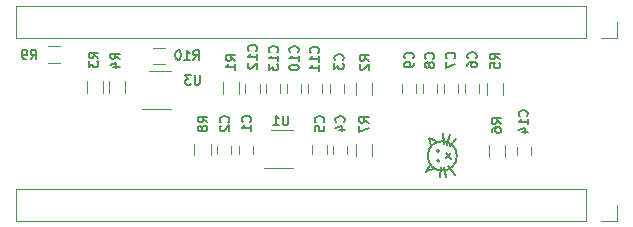
<source format=gbo>
%TF.GenerationSoftware,KiCad,Pcbnew,4.0.7*%
%TF.CreationDate,2017-11-06T20:43:19+08:00*%
%TF.ProjectId,STM32F401CCT6,53544D333246343031434354362E6B69,rev?*%
%TF.FileFunction,Legend,Bot*%
%FSLAX46Y46*%
G04 Gerber Fmt 4.6, Leading zero omitted, Abs format (unit mm)*
G04 Created by KiCad (PCBNEW 4.0.7) date 11/06/17 20:43:19*
%MOMM*%
%LPD*%
G01*
G04 APERTURE LIST*
%ADD10C,0.100000*%
%ADD11C,0.200000*%
%ADD12C,0.120000*%
%ADD13C,0.187500*%
G04 APERTURE END LIST*
D10*
D11*
X-13270000Y5180000D02*
X-12710000Y5810000D01*
X-13490000Y5320000D02*
X-13280000Y6220000D01*
X-13770000Y5370000D02*
X-13850000Y6270000D01*
X-13440000Y3500000D02*
X-12870000Y2740000D01*
X-13740000Y3410000D02*
X-13590000Y2580000D01*
X-14010000Y3410000D02*
X-14120000Y2570000D01*
X-13630000Y4180000D02*
X-13130000Y4590000D01*
X-13590000Y4630000D02*
X-13200000Y4110000D01*
X-15260000Y3060000D02*
X-14620000Y3240000D01*
X-14980000Y3630000D02*
X-15290000Y3050000D01*
X-14151833Y4790000D02*
G75*
G03X-14151833Y4790000I-108167J0D01*
G01*
X-14146863Y3960000D02*
G75*
G03X-14146863Y3960000I-113137J0D01*
G01*
X-14870000Y5240000D02*
X-15010000Y5880000D01*
X-14420000Y5600000D02*
X-15010000Y5880000D01*
X-12680000Y4370000D02*
G75*
G03X-12680000Y4370000I-1234706J0D01*
G01*
D12*
X-50020000Y14370000D02*
X-50020000Y17030000D01*
X-1700000Y14370000D02*
X-50020000Y14370000D01*
X-1700000Y17030000D02*
X-50020000Y17030000D01*
X-1700000Y14370000D02*
X-1700000Y17030000D01*
X-430000Y14370000D02*
X900000Y14370000D01*
X900000Y14370000D02*
X900000Y15700000D01*
X-50020000Y-1130000D02*
X-50020000Y1530000D01*
X-1700000Y-1130000D02*
X-50020000Y-1130000D01*
X-1700000Y1530000D02*
X-50020000Y1530000D01*
X-1700000Y-1130000D02*
X-1700000Y1530000D01*
X-430000Y-1130000D02*
X900000Y-1130000D01*
X900000Y-1130000D02*
X900000Y200000D01*
X-46300000Y13640000D02*
X-47300000Y13640000D01*
X-47300000Y12280000D02*
X-46300000Y12280000D01*
X-42670000Y9740000D02*
X-42670000Y10740000D01*
X-44030000Y10740000D02*
X-44030000Y9740000D01*
X-40760000Y9740000D02*
X-40760000Y10740000D01*
X-42120000Y10740000D02*
X-42120000Y9740000D01*
X-38700000Y11580000D02*
X-36900000Y11580000D01*
X-36900000Y8360000D02*
X-39350000Y8360000D01*
X-37420000Y13550000D02*
X-38420000Y13550000D01*
X-38420000Y12190000D02*
X-37420000Y12190000D01*
X-31130000Y9610000D02*
X-31130000Y10610000D01*
X-32490000Y10610000D02*
X-32490000Y9610000D01*
X-29380000Y9730000D02*
X-29380000Y10430000D01*
X-30580000Y10430000D02*
X-30580000Y9730000D01*
X-27660000Y9720000D02*
X-27660000Y10420000D01*
X-28860000Y10420000D02*
X-28860000Y9720000D01*
X-25860000Y9720000D02*
X-25860000Y10420000D01*
X-27060000Y10420000D02*
X-27060000Y9720000D01*
X-24100000Y9730000D02*
X-24100000Y10430000D01*
X-25300000Y10430000D02*
X-25300000Y9730000D01*
X-22210000Y9730000D02*
X-22210000Y10430000D01*
X-23410000Y10430000D02*
X-23410000Y9730000D01*
X-21180000Y10540000D02*
X-21180000Y9540000D01*
X-19820000Y9540000D02*
X-19820000Y10540000D01*
X-17310000Y10430000D02*
X-17310000Y9730000D01*
X-16110000Y9730000D02*
X-16110000Y10430000D01*
X-15580000Y10430000D02*
X-15580000Y9730000D01*
X-14380000Y9730000D02*
X-14380000Y10430000D01*
X-13800000Y10430000D02*
X-13800000Y9730000D01*
X-12600000Y9730000D02*
X-12600000Y10430000D01*
X-11970000Y10430000D02*
X-11970000Y9730000D01*
X-10770000Y9730000D02*
X-10770000Y10430000D01*
X-8740000Y9540000D02*
X-8740000Y10540000D01*
X-10100000Y10540000D02*
X-10100000Y9540000D01*
X-7610000Y5110000D02*
X-7610000Y4410000D01*
X-6410000Y4410000D02*
X-6410000Y5110000D01*
X-8610000Y4290000D02*
X-8610000Y5290000D01*
X-9970000Y5290000D02*
X-9970000Y4290000D01*
X-19890000Y4380000D02*
X-19890000Y5380000D01*
X-21250000Y5380000D02*
X-21250000Y4380000D01*
X-23160000Y5250000D02*
X-23160000Y4550000D01*
X-21960000Y4550000D02*
X-21960000Y5250000D01*
X-24900000Y5260000D02*
X-24900000Y4560000D01*
X-23700000Y4560000D02*
X-23700000Y5260000D01*
X-28380000Y6560000D02*
X-26580000Y6560000D01*
X-26580000Y3340000D02*
X-29030000Y3340000D01*
X-29910000Y4530000D02*
X-29910000Y5230000D01*
X-31110000Y5230000D02*
X-31110000Y4530000D01*
X-31760000Y4530000D02*
X-31760000Y5230000D01*
X-32960000Y5230000D02*
X-32960000Y4530000D01*
X-33530000Y4420000D02*
X-33530000Y5420000D01*
X-34890000Y5420000D02*
X-34890000Y4420000D01*
D11*
X-48766667Y12568095D02*
X-48500000Y12949048D01*
X-48309524Y12568095D02*
X-48309524Y13368095D01*
X-48614286Y13368095D01*
X-48690477Y13330000D01*
X-48728572Y13291905D01*
X-48766667Y13215714D01*
X-48766667Y13101429D01*
X-48728572Y13025238D01*
X-48690477Y12987143D01*
X-48614286Y12949048D01*
X-48309524Y12949048D01*
X-49147619Y12568095D02*
X-49300000Y12568095D01*
X-49376191Y12606190D01*
X-49414286Y12644286D01*
X-49490477Y12758571D01*
X-49528572Y12910952D01*
X-49528572Y13215714D01*
X-49490477Y13291905D01*
X-49452381Y13330000D01*
X-49376191Y13368095D01*
X-49223810Y13368095D01*
X-49147619Y13330000D01*
X-49109524Y13291905D01*
X-49071429Y13215714D01*
X-49071429Y13025238D01*
X-49109524Y12949048D01*
X-49147619Y12910952D01*
X-49223810Y12872857D01*
X-49376191Y12872857D01*
X-49452381Y12910952D01*
X-49490477Y12949048D01*
X-49528572Y13025238D01*
X-43048095Y12643333D02*
X-43429048Y12910000D01*
X-43048095Y13100476D02*
X-43848095Y13100476D01*
X-43848095Y12795714D01*
X-43810000Y12719523D01*
X-43771905Y12681428D01*
X-43695714Y12643333D01*
X-43581429Y12643333D01*
X-43505238Y12681428D01*
X-43467143Y12719523D01*
X-43429048Y12795714D01*
X-43429048Y13100476D01*
X-43848095Y12376666D02*
X-43848095Y11881428D01*
X-43543333Y12148095D01*
X-43543333Y12033809D01*
X-43505238Y11957619D01*
X-43467143Y11919523D01*
X-43390952Y11881428D01*
X-43200476Y11881428D01*
X-43124286Y11919523D01*
X-43086190Y11957619D01*
X-43048095Y12033809D01*
X-43048095Y12262381D01*
X-43086190Y12338571D01*
X-43124286Y12376666D01*
X-41238095Y12583333D02*
X-41619048Y12850000D01*
X-41238095Y13040476D02*
X-42038095Y13040476D01*
X-42038095Y12735714D01*
X-42000000Y12659523D01*
X-41961905Y12621428D01*
X-41885714Y12583333D01*
X-41771429Y12583333D01*
X-41695238Y12621428D01*
X-41657143Y12659523D01*
X-41619048Y12735714D01*
X-41619048Y13040476D01*
X-41771429Y11897619D02*
X-41238095Y11897619D01*
X-42076190Y12088095D02*
X-41504762Y12278571D01*
X-41504762Y11783333D01*
X-34430476Y11208095D02*
X-34430476Y10560476D01*
X-34468571Y10484286D01*
X-34506667Y10446190D01*
X-34582857Y10408095D01*
X-34735238Y10408095D01*
X-34811429Y10446190D01*
X-34849524Y10484286D01*
X-34887619Y10560476D01*
X-34887619Y11208095D01*
X-35192381Y11208095D02*
X-35687619Y11208095D01*
X-35420952Y10903333D01*
X-35535238Y10903333D01*
X-35611428Y10865238D01*
X-35649524Y10827143D01*
X-35687619Y10750952D01*
X-35687619Y10560476D01*
X-35649524Y10484286D01*
X-35611428Y10446190D01*
X-35535238Y10408095D01*
X-35306666Y10408095D01*
X-35230476Y10446190D01*
X-35192381Y10484286D01*
X-34975714Y12498095D02*
X-34709047Y12879048D01*
X-34518571Y12498095D02*
X-34518571Y13298095D01*
X-34823333Y13298095D01*
X-34899524Y13260000D01*
X-34937619Y13221905D01*
X-34975714Y13145714D01*
X-34975714Y13031429D01*
X-34937619Y12955238D01*
X-34899524Y12917143D01*
X-34823333Y12879048D01*
X-34518571Y12879048D01*
X-35737619Y12498095D02*
X-35280476Y12498095D01*
X-35509047Y12498095D02*
X-35509047Y13298095D01*
X-35432857Y13183810D01*
X-35356666Y13107619D01*
X-35280476Y13069524D01*
X-36232857Y13298095D02*
X-36309048Y13298095D01*
X-36385238Y13260000D01*
X-36423333Y13221905D01*
X-36461429Y13145714D01*
X-36499524Y12993333D01*
X-36499524Y12802857D01*
X-36461429Y12650476D01*
X-36423333Y12574286D01*
X-36385238Y12536190D01*
X-36309048Y12498095D01*
X-36232857Y12498095D01*
X-36156667Y12536190D01*
X-36118571Y12574286D01*
X-36080476Y12650476D01*
X-36042381Y12802857D01*
X-36042381Y12993333D01*
X-36080476Y13145714D01*
X-36118571Y13221905D01*
X-36156667Y13260000D01*
X-36232857Y13298095D01*
X-31418095Y12443333D02*
X-31799048Y12710000D01*
X-31418095Y12900476D02*
X-32218095Y12900476D01*
X-32218095Y12595714D01*
X-32180000Y12519523D01*
X-32141905Y12481428D01*
X-32065714Y12443333D01*
X-31951429Y12443333D01*
X-31875238Y12481428D01*
X-31837143Y12519523D01*
X-31799048Y12595714D01*
X-31799048Y12900476D01*
X-31418095Y11681428D02*
X-31418095Y12138571D01*
X-31418095Y11910000D02*
X-32218095Y11910000D01*
X-32103810Y11986190D01*
X-32027619Y12062381D01*
X-31989524Y12138571D01*
X-29654286Y13274286D02*
X-29616190Y13312381D01*
X-29578095Y13426667D01*
X-29578095Y13502857D01*
X-29616190Y13617143D01*
X-29692381Y13693334D01*
X-29768571Y13731429D01*
X-29920952Y13769524D01*
X-30035238Y13769524D01*
X-30187619Y13731429D01*
X-30263810Y13693334D01*
X-30340000Y13617143D01*
X-30378095Y13502857D01*
X-30378095Y13426667D01*
X-30340000Y13312381D01*
X-30301905Y13274286D01*
X-29578095Y12512381D02*
X-29578095Y12969524D01*
X-29578095Y12740953D02*
X-30378095Y12740953D01*
X-30263810Y12817143D01*
X-30187619Y12893334D01*
X-30149524Y12969524D01*
X-30301905Y12207619D02*
X-30340000Y12169524D01*
X-30378095Y12093333D01*
X-30378095Y11902857D01*
X-30340000Y11826667D01*
X-30301905Y11788571D01*
X-30225714Y11750476D01*
X-30149524Y11750476D01*
X-30035238Y11788571D01*
X-29578095Y12245714D01*
X-29578095Y11750476D01*
X-27864286Y13164286D02*
X-27826190Y13202381D01*
X-27788095Y13316667D01*
X-27788095Y13392857D01*
X-27826190Y13507143D01*
X-27902381Y13583334D01*
X-27978571Y13621429D01*
X-28130952Y13659524D01*
X-28245238Y13659524D01*
X-28397619Y13621429D01*
X-28473810Y13583334D01*
X-28550000Y13507143D01*
X-28588095Y13392857D01*
X-28588095Y13316667D01*
X-28550000Y13202381D01*
X-28511905Y13164286D01*
X-27788095Y12402381D02*
X-27788095Y12859524D01*
X-27788095Y12630953D02*
X-28588095Y12630953D01*
X-28473810Y12707143D01*
X-28397619Y12783334D01*
X-28359524Y12859524D01*
X-28588095Y12135714D02*
X-28588095Y11640476D01*
X-28283333Y11907143D01*
X-28283333Y11792857D01*
X-28245238Y11716667D01*
X-28207143Y11678571D01*
X-28130952Y11640476D01*
X-27940476Y11640476D01*
X-27864286Y11678571D01*
X-27826190Y11716667D01*
X-27788095Y11792857D01*
X-27788095Y12021429D01*
X-27826190Y12097619D01*
X-27864286Y12135714D01*
X-26124286Y13164286D02*
X-26086190Y13202381D01*
X-26048095Y13316667D01*
X-26048095Y13392857D01*
X-26086190Y13507143D01*
X-26162381Y13583334D01*
X-26238571Y13621429D01*
X-26390952Y13659524D01*
X-26505238Y13659524D01*
X-26657619Y13621429D01*
X-26733810Y13583334D01*
X-26810000Y13507143D01*
X-26848095Y13392857D01*
X-26848095Y13316667D01*
X-26810000Y13202381D01*
X-26771905Y13164286D01*
X-26048095Y12402381D02*
X-26048095Y12859524D01*
X-26048095Y12630953D02*
X-26848095Y12630953D01*
X-26733810Y12707143D01*
X-26657619Y12783334D01*
X-26619524Y12859524D01*
X-26848095Y11907143D02*
X-26848095Y11830952D01*
X-26810000Y11754762D01*
X-26771905Y11716667D01*
X-26695714Y11678571D01*
X-26543333Y11640476D01*
X-26352857Y11640476D01*
X-26200476Y11678571D01*
X-26124286Y11716667D01*
X-26086190Y11754762D01*
X-26048095Y11830952D01*
X-26048095Y11907143D01*
X-26086190Y11983333D01*
X-26124286Y12021429D01*
X-26200476Y12059524D01*
X-26352857Y12097619D01*
X-26543333Y12097619D01*
X-26695714Y12059524D01*
X-26771905Y12021429D01*
X-26810000Y11983333D01*
X-26848095Y11907143D01*
X-24394286Y13124286D02*
X-24356190Y13162381D01*
X-24318095Y13276667D01*
X-24318095Y13352857D01*
X-24356190Y13467143D01*
X-24432381Y13543334D01*
X-24508571Y13581429D01*
X-24660952Y13619524D01*
X-24775238Y13619524D01*
X-24927619Y13581429D01*
X-25003810Y13543334D01*
X-25080000Y13467143D01*
X-25118095Y13352857D01*
X-25118095Y13276667D01*
X-25080000Y13162381D01*
X-25041905Y13124286D01*
X-24318095Y12362381D02*
X-24318095Y12819524D01*
X-24318095Y12590953D02*
X-25118095Y12590953D01*
X-25003810Y12667143D01*
X-24927619Y12743334D01*
X-24889524Y12819524D01*
X-24318095Y11600476D02*
X-24318095Y12057619D01*
X-24318095Y11829048D02*
X-25118095Y11829048D01*
X-25003810Y11905238D01*
X-24927619Y11981429D01*
X-24889524Y12057619D01*
X-22324286Y12473333D02*
X-22286190Y12511428D01*
X-22248095Y12625714D01*
X-22248095Y12701904D01*
X-22286190Y12816190D01*
X-22362381Y12892381D01*
X-22438571Y12930476D01*
X-22590952Y12968571D01*
X-22705238Y12968571D01*
X-22857619Y12930476D01*
X-22933810Y12892381D01*
X-23010000Y12816190D01*
X-23048095Y12701904D01*
X-23048095Y12625714D01*
X-23010000Y12511428D01*
X-22971905Y12473333D01*
X-23048095Y12206666D02*
X-23048095Y11711428D01*
X-22743333Y11978095D01*
X-22743333Y11863809D01*
X-22705238Y11787619D01*
X-22667143Y11749523D01*
X-22590952Y11711428D01*
X-22400476Y11711428D01*
X-22324286Y11749523D01*
X-22286190Y11787619D01*
X-22248095Y11863809D01*
X-22248095Y12092381D01*
X-22286190Y12168571D01*
X-22324286Y12206666D01*
X-20108095Y12423333D02*
X-20489048Y12690000D01*
X-20108095Y12880476D02*
X-20908095Y12880476D01*
X-20908095Y12575714D01*
X-20870000Y12499523D01*
X-20831905Y12461428D01*
X-20755714Y12423333D01*
X-20641429Y12423333D01*
X-20565238Y12461428D01*
X-20527143Y12499523D01*
X-20489048Y12575714D01*
X-20489048Y12880476D01*
X-20831905Y12118571D02*
X-20870000Y12080476D01*
X-20908095Y12004285D01*
X-20908095Y11813809D01*
X-20870000Y11737619D01*
X-20831905Y11699523D01*
X-20755714Y11661428D01*
X-20679524Y11661428D01*
X-20565238Y11699523D01*
X-20108095Y12156666D01*
X-20108095Y11661428D01*
X-16394286Y12623333D02*
X-16356190Y12661428D01*
X-16318095Y12775714D01*
X-16318095Y12851904D01*
X-16356190Y12966190D01*
X-16432381Y13042381D01*
X-16508571Y13080476D01*
X-16660952Y13118571D01*
X-16775238Y13118571D01*
X-16927619Y13080476D01*
X-17003810Y13042381D01*
X-17080000Y12966190D01*
X-17118095Y12851904D01*
X-17118095Y12775714D01*
X-17080000Y12661428D01*
X-17041905Y12623333D01*
X-16318095Y12242381D02*
X-16318095Y12090000D01*
X-16356190Y12013809D01*
X-16394286Y11975714D01*
X-16508571Y11899523D01*
X-16660952Y11861428D01*
X-16965714Y11861428D01*
X-17041905Y11899523D01*
X-17080000Y11937619D01*
X-17118095Y12013809D01*
X-17118095Y12166190D01*
X-17080000Y12242381D01*
X-17041905Y12280476D01*
X-16965714Y12318571D01*
X-16775238Y12318571D01*
X-16699048Y12280476D01*
X-16660952Y12242381D01*
X-16622857Y12166190D01*
X-16622857Y12013809D01*
X-16660952Y11937619D01*
X-16699048Y11899523D01*
X-16775238Y11861428D01*
X-14654286Y12613333D02*
X-14616190Y12651428D01*
X-14578095Y12765714D01*
X-14578095Y12841904D01*
X-14616190Y12956190D01*
X-14692381Y13032381D01*
X-14768571Y13070476D01*
X-14920952Y13108571D01*
X-15035238Y13108571D01*
X-15187619Y13070476D01*
X-15263810Y13032381D01*
X-15340000Y12956190D01*
X-15378095Y12841904D01*
X-15378095Y12765714D01*
X-15340000Y12651428D01*
X-15301905Y12613333D01*
X-15035238Y12156190D02*
X-15073333Y12232381D01*
X-15111429Y12270476D01*
X-15187619Y12308571D01*
X-15225714Y12308571D01*
X-15301905Y12270476D01*
X-15340000Y12232381D01*
X-15378095Y12156190D01*
X-15378095Y12003809D01*
X-15340000Y11927619D01*
X-15301905Y11889523D01*
X-15225714Y11851428D01*
X-15187619Y11851428D01*
X-15111429Y11889523D01*
X-15073333Y11927619D01*
X-15035238Y12003809D01*
X-15035238Y12156190D01*
X-14997143Y12232381D01*
X-14959048Y12270476D01*
X-14882857Y12308571D01*
X-14730476Y12308571D01*
X-14654286Y12270476D01*
X-14616190Y12232381D01*
X-14578095Y12156190D01*
X-14578095Y12003809D01*
X-14616190Y11927619D01*
X-14654286Y11889523D01*
X-14730476Y11851428D01*
X-14882857Y11851428D01*
X-14959048Y11889523D01*
X-14997143Y11927619D01*
X-15035238Y12003809D01*
X-12884286Y12623333D02*
X-12846190Y12661428D01*
X-12808095Y12775714D01*
X-12808095Y12851904D01*
X-12846190Y12966190D01*
X-12922381Y13042381D01*
X-12998571Y13080476D01*
X-13150952Y13118571D01*
X-13265238Y13118571D01*
X-13417619Y13080476D01*
X-13493810Y13042381D01*
X-13570000Y12966190D01*
X-13608095Y12851904D01*
X-13608095Y12775714D01*
X-13570000Y12661428D01*
X-13531905Y12623333D01*
X-13608095Y12356666D02*
X-13608095Y11823333D01*
X-12808095Y12166190D01*
X-11054286Y12633333D02*
X-11016190Y12671428D01*
X-10978095Y12785714D01*
X-10978095Y12861904D01*
X-11016190Y12976190D01*
X-11092381Y13052381D01*
X-11168571Y13090476D01*
X-11320952Y13128571D01*
X-11435238Y13128571D01*
X-11587619Y13090476D01*
X-11663810Y13052381D01*
X-11740000Y12976190D01*
X-11778095Y12861904D01*
X-11778095Y12785714D01*
X-11740000Y12671428D01*
X-11701905Y12633333D01*
X-11778095Y11947619D02*
X-11778095Y12100000D01*
X-11740000Y12176190D01*
X-11701905Y12214285D01*
X-11587619Y12290476D01*
X-11435238Y12328571D01*
X-11130476Y12328571D01*
X-11054286Y12290476D01*
X-11016190Y12252381D01*
X-10978095Y12176190D01*
X-10978095Y12023809D01*
X-11016190Y11947619D01*
X-11054286Y11909523D01*
X-11130476Y11871428D01*
X-11320952Y11871428D01*
X-11397143Y11909523D01*
X-11435238Y11947619D01*
X-11473333Y12023809D01*
X-11473333Y12176190D01*
X-11435238Y12252381D01*
X-11397143Y12290476D01*
X-11320952Y12328571D01*
X-9058095Y12543333D02*
X-9439048Y12810000D01*
X-9058095Y13000476D02*
X-9858095Y13000476D01*
X-9858095Y12695714D01*
X-9820000Y12619523D01*
X-9781905Y12581428D01*
X-9705714Y12543333D01*
X-9591429Y12543333D01*
X-9515238Y12581428D01*
X-9477143Y12619523D01*
X-9439048Y12695714D01*
X-9439048Y13000476D01*
X-9858095Y11819523D02*
X-9858095Y12200476D01*
X-9477143Y12238571D01*
X-9515238Y12200476D01*
X-9553333Y12124285D01*
X-9553333Y11933809D01*
X-9515238Y11857619D01*
X-9477143Y11819523D01*
X-9400952Y11781428D01*
X-9210476Y11781428D01*
X-9134286Y11819523D01*
X-9096190Y11857619D01*
X-9058095Y11933809D01*
X-9058095Y12124285D01*
X-9096190Y12200476D01*
X-9134286Y12238571D01*
D13*
X-6752143Y7752143D02*
X-6716429Y7787857D01*
X-6680714Y7895000D01*
X-6680714Y7966429D01*
X-6716429Y8073572D01*
X-6787857Y8145000D01*
X-6859286Y8180715D01*
X-7002143Y8216429D01*
X-7109286Y8216429D01*
X-7252143Y8180715D01*
X-7323571Y8145000D01*
X-7395000Y8073572D01*
X-7430714Y7966429D01*
X-7430714Y7895000D01*
X-7395000Y7787857D01*
X-7359286Y7752143D01*
X-6680714Y7037857D02*
X-6680714Y7466429D01*
X-6680714Y7252143D02*
X-7430714Y7252143D01*
X-7323571Y7323572D01*
X-7252143Y7395000D01*
X-7216429Y7466429D01*
X-7180714Y6395000D02*
X-6680714Y6395000D01*
X-7466429Y6573571D02*
X-6930714Y6752143D01*
X-6930714Y6287857D01*
D11*
X-8938095Y7103333D02*
X-9319048Y7370000D01*
X-8938095Y7560476D02*
X-9738095Y7560476D01*
X-9738095Y7255714D01*
X-9700000Y7179523D01*
X-9661905Y7141428D01*
X-9585714Y7103333D01*
X-9471429Y7103333D01*
X-9395238Y7141428D01*
X-9357143Y7179523D01*
X-9319048Y7255714D01*
X-9319048Y7560476D01*
X-9738095Y6417619D02*
X-9738095Y6570000D01*
X-9700000Y6646190D01*
X-9661905Y6684285D01*
X-9547619Y6760476D01*
X-9395238Y6798571D01*
X-9090476Y6798571D01*
X-9014286Y6760476D01*
X-8976190Y6722381D01*
X-8938095Y6646190D01*
X-8938095Y6493809D01*
X-8976190Y6417619D01*
X-9014286Y6379523D01*
X-9090476Y6341428D01*
X-9280952Y6341428D01*
X-9357143Y6379523D01*
X-9395238Y6417619D01*
X-9433333Y6493809D01*
X-9433333Y6646190D01*
X-9395238Y6722381D01*
X-9357143Y6760476D01*
X-9280952Y6798571D01*
X-20138095Y7173333D02*
X-20519048Y7440000D01*
X-20138095Y7630476D02*
X-20938095Y7630476D01*
X-20938095Y7325714D01*
X-20900000Y7249523D01*
X-20861905Y7211428D01*
X-20785714Y7173333D01*
X-20671429Y7173333D01*
X-20595238Y7211428D01*
X-20557143Y7249523D01*
X-20519048Y7325714D01*
X-20519048Y7630476D01*
X-20938095Y6906666D02*
X-20938095Y6373333D01*
X-20138095Y6716190D01*
X-22234286Y7243333D02*
X-22196190Y7281428D01*
X-22158095Y7395714D01*
X-22158095Y7471904D01*
X-22196190Y7586190D01*
X-22272381Y7662381D01*
X-22348571Y7700476D01*
X-22500952Y7738571D01*
X-22615238Y7738571D01*
X-22767619Y7700476D01*
X-22843810Y7662381D01*
X-22920000Y7586190D01*
X-22958095Y7471904D01*
X-22958095Y7395714D01*
X-22920000Y7281428D01*
X-22881905Y7243333D01*
X-22691429Y6557619D02*
X-22158095Y6557619D01*
X-22996190Y6748095D02*
X-22424762Y6938571D01*
X-22424762Y6443333D01*
X-23964286Y7223333D02*
X-23926190Y7261428D01*
X-23888095Y7375714D01*
X-23888095Y7451904D01*
X-23926190Y7566190D01*
X-24002381Y7642381D01*
X-24078571Y7680476D01*
X-24230952Y7718571D01*
X-24345238Y7718571D01*
X-24497619Y7680476D01*
X-24573810Y7642381D01*
X-24650000Y7566190D01*
X-24688095Y7451904D01*
X-24688095Y7375714D01*
X-24650000Y7261428D01*
X-24611905Y7223333D01*
X-24688095Y6499523D02*
X-24688095Y6880476D01*
X-24307143Y6918571D01*
X-24345238Y6880476D01*
X-24383333Y6804285D01*
X-24383333Y6613809D01*
X-24345238Y6537619D01*
X-24307143Y6499523D01*
X-24230952Y6461428D01*
X-24040476Y6461428D01*
X-23964286Y6499523D01*
X-23926190Y6537619D01*
X-23888095Y6613809D01*
X-23888095Y6804285D01*
X-23926190Y6880476D01*
X-23964286Y6918571D01*
X-26960476Y7768095D02*
X-26960476Y7120476D01*
X-26998571Y7044286D01*
X-27036667Y7006190D01*
X-27112857Y6968095D01*
X-27265238Y6968095D01*
X-27341429Y7006190D01*
X-27379524Y7044286D01*
X-27417619Y7120476D01*
X-27417619Y7768095D01*
X-28217619Y6968095D02*
X-27760476Y6968095D01*
X-27989047Y6968095D02*
X-27989047Y7768095D01*
X-27912857Y7653810D01*
X-27836666Y7577619D01*
X-27760476Y7539524D01*
X-30164286Y7263333D02*
X-30126190Y7301428D01*
X-30088095Y7415714D01*
X-30088095Y7491904D01*
X-30126190Y7606190D01*
X-30202381Y7682381D01*
X-30278571Y7720476D01*
X-30430952Y7758571D01*
X-30545238Y7758571D01*
X-30697619Y7720476D01*
X-30773810Y7682381D01*
X-30850000Y7606190D01*
X-30888095Y7491904D01*
X-30888095Y7415714D01*
X-30850000Y7301428D01*
X-30811905Y7263333D01*
X-30088095Y6501428D02*
X-30088095Y6958571D01*
X-30088095Y6730000D02*
X-30888095Y6730000D01*
X-30773810Y6806190D01*
X-30697619Y6882381D01*
X-30659524Y6958571D01*
X-32034286Y7233333D02*
X-31996190Y7271428D01*
X-31958095Y7385714D01*
X-31958095Y7461904D01*
X-31996190Y7576190D01*
X-32072381Y7652381D01*
X-32148571Y7690476D01*
X-32300952Y7728571D01*
X-32415238Y7728571D01*
X-32567619Y7690476D01*
X-32643810Y7652381D01*
X-32720000Y7576190D01*
X-32758095Y7461904D01*
X-32758095Y7385714D01*
X-32720000Y7271428D01*
X-32681905Y7233333D01*
X-32681905Y6928571D02*
X-32720000Y6890476D01*
X-32758095Y6814285D01*
X-32758095Y6623809D01*
X-32720000Y6547619D01*
X-32681905Y6509523D01*
X-32605714Y6471428D01*
X-32529524Y6471428D01*
X-32415238Y6509523D01*
X-31958095Y6966666D01*
X-31958095Y6471428D01*
X-33818095Y7213333D02*
X-34199048Y7480000D01*
X-33818095Y7670476D02*
X-34618095Y7670476D01*
X-34618095Y7365714D01*
X-34580000Y7289523D01*
X-34541905Y7251428D01*
X-34465714Y7213333D01*
X-34351429Y7213333D01*
X-34275238Y7251428D01*
X-34237143Y7289523D01*
X-34199048Y7365714D01*
X-34199048Y7670476D01*
X-34275238Y6756190D02*
X-34313333Y6832381D01*
X-34351429Y6870476D01*
X-34427619Y6908571D01*
X-34465714Y6908571D01*
X-34541905Y6870476D01*
X-34580000Y6832381D01*
X-34618095Y6756190D01*
X-34618095Y6603809D01*
X-34580000Y6527619D01*
X-34541905Y6489523D01*
X-34465714Y6451428D01*
X-34427619Y6451428D01*
X-34351429Y6489523D01*
X-34313333Y6527619D01*
X-34275238Y6603809D01*
X-34275238Y6756190D01*
X-34237143Y6832381D01*
X-34199048Y6870476D01*
X-34122857Y6908571D01*
X-33970476Y6908571D01*
X-33894286Y6870476D01*
X-33856190Y6832381D01*
X-33818095Y6756190D01*
X-33818095Y6603809D01*
X-33856190Y6527619D01*
X-33894286Y6489523D01*
X-33970476Y6451428D01*
X-34122857Y6451428D01*
X-34199048Y6489523D01*
X-34237143Y6527619D01*
X-34275238Y6603809D01*
M02*

</source>
